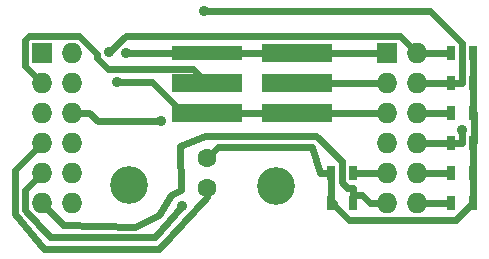
<source format=gbr>
%FSLAX46Y46*%
G04 Gerber Fmt 4.6, Leading zero omitted, Abs format (unit mm)*
G04 Created by KiCad (PCBNEW (2014-08-21 BZR 5087)-product) date Dom 15 Mar 2015 17:53:44 WET*
%MOMM*%
G01*
G04 APERTURE LIST*
%ADD10C,0.100000*%
%ADD11R,1.727200X1.727200*%
%ADD12O,1.727200X1.727200*%
%ADD13C,1.600000*%
%ADD14R,5.999480X1.524000*%
%ADD15R,5.999480X1.300480*%
%ADD16R,0.700000X1.300000*%
%ADD17C,3.200000*%
%ADD18C,0.889000*%
%ADD19C,0.600000*%
G04 APERTURE END LIST*
D10*
D11*
X161290000Y-97790000D03*
D12*
X163830000Y-97790000D03*
X161290000Y-100330000D03*
X163830000Y-100330000D03*
X161290000Y-102870000D03*
X163830000Y-102870000D03*
X161290000Y-105410000D03*
X163830000Y-105410000D03*
X161290000Y-107950000D03*
X163830000Y-107950000D03*
X161290000Y-110490000D03*
X163830000Y-110490000D03*
D11*
X132080000Y-97790000D03*
D12*
X134620000Y-97790000D03*
X132080000Y-100330000D03*
X134620000Y-100330000D03*
X132080000Y-102870000D03*
X134620000Y-102870000D03*
X132080000Y-105410000D03*
X134620000Y-105410000D03*
X132080000Y-107950000D03*
X134620000Y-107950000D03*
X132080000Y-110490000D03*
X134620000Y-110490000D03*
D13*
X146050000Y-106680000D03*
X146050000Y-109220000D03*
D14*
X153670000Y-97790000D03*
X153670000Y-100330000D03*
X153670000Y-102870000D03*
X146050000Y-102870000D03*
X146050000Y-100330000D03*
D15*
X146050000Y-97790000D03*
D16*
X158430000Y-107950000D03*
X156530000Y-107950000D03*
X158430000Y-110490000D03*
X156530000Y-110490000D03*
X168590000Y-97790000D03*
X166690000Y-97790000D03*
X168590000Y-100330000D03*
X166690000Y-100330000D03*
X168590000Y-102870000D03*
X166690000Y-102870000D03*
X168590000Y-105410000D03*
X166690000Y-105410000D03*
X168590000Y-107950000D03*
X166690000Y-107950000D03*
X168590000Y-110490000D03*
X166690000Y-110490000D03*
D17*
X139446000Y-108966000D03*
X151892000Y-109093000D03*
D18*
X143888300Y-110734300D03*
X137741400Y-97765000D03*
X145827500Y-94280800D03*
X142182400Y-103600000D03*
X167640000Y-104346000D03*
X139185300Y-97790000D03*
X138453000Y-100242800D03*
D19*
X158430000Y-107950000D02*
X161290000Y-107950000D01*
X130658700Y-109371300D02*
X132080000Y-107950000D01*
X130658700Y-111085700D02*
X130658700Y-109371300D01*
X132715000Y-113411000D02*
X130658700Y-111085700D01*
X141605000Y-113411000D02*
X132715000Y-113411000D01*
X143888300Y-110734300D02*
X141605000Y-113411000D01*
X168590000Y-102870000D02*
X168590000Y-100330000D01*
X168590000Y-100330000D02*
X168590000Y-97790000D01*
X146963200Y-105766800D02*
X146050000Y-106680000D01*
X154940376Y-105790255D02*
X146963200Y-105766800D01*
X155580000Y-107950000D02*
X154940376Y-105790255D01*
X156530000Y-107950000D02*
X155580000Y-107950000D01*
X156530000Y-110490000D02*
X156768700Y-110490000D01*
X156530000Y-110251300D02*
X156530000Y-107950000D01*
X156768700Y-110490000D02*
X156530000Y-110251300D01*
X156768700Y-110649000D02*
X156768700Y-110490000D01*
X158030400Y-111910700D02*
X156768700Y-110649000D01*
X167106700Y-111910700D02*
X158030400Y-111910700D01*
X168590000Y-110427400D02*
X167106700Y-111910700D01*
X168590000Y-109344200D02*
X168590000Y-110427400D01*
X168590000Y-110490000D02*
X168590000Y-109344200D01*
X168590000Y-109344200D02*
X168590000Y-107950000D01*
X168590000Y-107950000D02*
X168590000Y-105410000D01*
X168641400Y-102921400D02*
X168590000Y-102870000D01*
X168641400Y-105358600D02*
X168641400Y-102921400D01*
X168590000Y-105410000D02*
X168641400Y-105358600D01*
X158430000Y-110490000D02*
X158430000Y-109865000D01*
X158430000Y-109865000D02*
X158430000Y-109240000D01*
X159201400Y-109865000D02*
X159826400Y-110490000D01*
X158430000Y-109865000D02*
X159201400Y-109865000D01*
X161290000Y-110490000D02*
X159826400Y-110490000D01*
X133858000Y-112395000D02*
X132080000Y-110490000D01*
X143002000Y-109855000D02*
X141986000Y-111506000D01*
X141986000Y-111506000D02*
X139954000Y-112522000D01*
X139954000Y-112522000D02*
X133858000Y-112395000D01*
X145851500Y-104851500D02*
X143756889Y-105645236D01*
X143756889Y-105645236D02*
X143819474Y-109436252D01*
X143819474Y-109436252D02*
X143002000Y-109855000D01*
X155291300Y-104851500D02*
X145851500Y-104851500D01*
X157434400Y-106994600D02*
X155291300Y-104851500D01*
X157434400Y-108740400D02*
X157434400Y-106994600D01*
X157934000Y-109240000D02*
X157434400Y-108740400D01*
X158430000Y-109240000D02*
X157934000Y-109240000D01*
X166690000Y-97790000D02*
X163830000Y-97790000D01*
X139158700Y-96347700D02*
X137741400Y-97765000D01*
X162387700Y-96347700D02*
X139158700Y-96347700D01*
X163830000Y-97790000D02*
X162387700Y-96347700D01*
X163830000Y-100330000D02*
X166690000Y-100330000D01*
X164964900Y-94280800D02*
X145827500Y-94280800D01*
X167640000Y-96955900D02*
X164964900Y-94280800D01*
X167640000Y-100330000D02*
X167640000Y-96955900D01*
X166690000Y-100330000D02*
X167640000Y-100330000D01*
X166690000Y-102870000D02*
X163830000Y-102870000D01*
X136813600Y-103600000D02*
X136083600Y-102870000D01*
X142182400Y-103600000D02*
X136813600Y-103600000D01*
X134620000Y-102870000D02*
X136083600Y-102870000D01*
X163830000Y-105410000D02*
X166690000Y-105410000D01*
X166690000Y-105410000D02*
X167640000Y-105410000D01*
X167640000Y-105410000D02*
X167640000Y-104346000D01*
X166690000Y-107950000D02*
X163830000Y-107950000D01*
X166690000Y-110490000D02*
X163830000Y-110490000D01*
X144879000Y-99159000D02*
X146050000Y-100330000D01*
X137648400Y-99159000D02*
X144879000Y-99159000D01*
X136742600Y-98253200D02*
X137648400Y-99159000D01*
X136742600Y-97872000D02*
X136742600Y-98253200D01*
X135209300Y-96338700D02*
X136742600Y-97872000D01*
X131005500Y-96338700D02*
X135209300Y-96338700D01*
X130662000Y-96682200D02*
X131005500Y-96338700D01*
X130662000Y-98912000D02*
X130662000Y-96682200D01*
X132080000Y-100330000D02*
X130662000Y-98912000D01*
X146050000Y-97790000D02*
X153670000Y-97790000D01*
X153670000Y-97790000D02*
X161290000Y-97790000D01*
X146050000Y-97790000D02*
X142450300Y-97790000D01*
X142450300Y-97790000D02*
X139185300Y-97790000D01*
X153670000Y-100330000D02*
X161290000Y-100330000D01*
X153670000Y-102870000D02*
X161290000Y-102870000D01*
X153670000Y-102870000D02*
X146050000Y-102870000D01*
X138453000Y-100242900D02*
X138453000Y-100242800D01*
X141417400Y-100242900D02*
X138453000Y-100242900D01*
X144044500Y-102870000D02*
X141417400Y-100242900D01*
X146050000Y-102870000D02*
X144044500Y-102870000D01*
X146050000Y-109985200D02*
X146050000Y-109220000D01*
X141986000Y-114427000D02*
X146050000Y-109985200D01*
X132207000Y-114427000D02*
X141986000Y-114427000D01*
X129804400Y-111439600D02*
X132207000Y-114427000D01*
X129804400Y-107685600D02*
X129804400Y-111439600D01*
X132080000Y-105410000D02*
X129804400Y-107685600D01*
M02*

</source>
